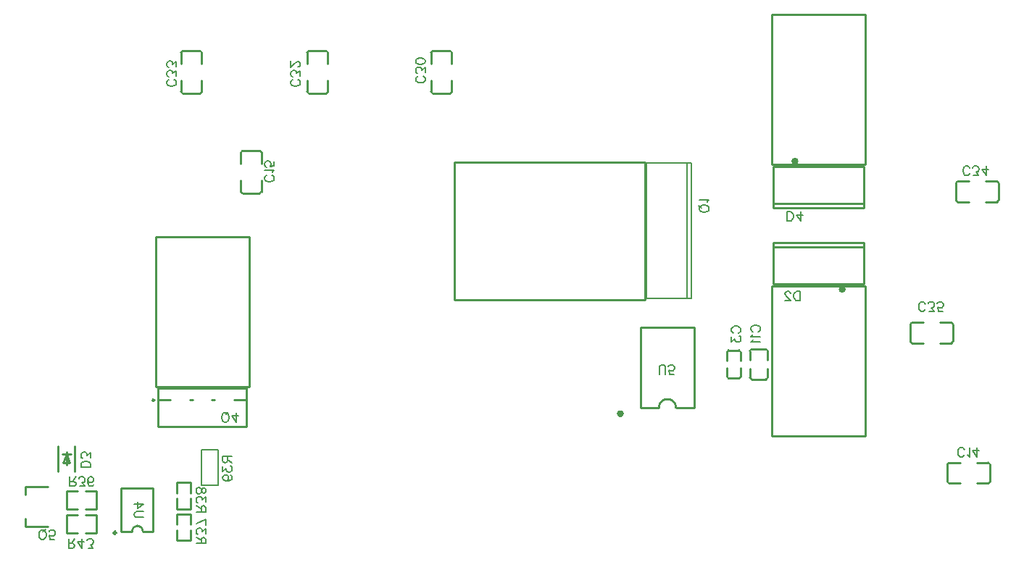
<source format=gbo>
G04 Layer: BottomSilkLayer*
G04 EasyEDA v6.4.20.6, 2021-08-20T18:50:31+10:00*
G04 da2b955f28294749bdafdb94d24a6b32,8629367194b24dd88a5c18b2f13758b0,10*
G04 Gerber Generator version 0.2*
G04 Scale: 100 percent, Rotated: No, Reflected: No *
G04 Dimensions in millimeters *
G04 leading zeros omitted , absolute positions ,4 integer and 5 decimal *
%FSLAX45Y45*%
%MOMM*%

%ADD10C,0.2540*%
%ADD12C,0.4000*%
%ADD16C,0.3000*%
%ADD57C,0.1500*%
%ADD62C,0.1524*%
%ADD63C,0.1999*%

%LPD*%
D62*
X-12803482Y-6147815D02*
G01*
X-12813896Y-6142736D01*
X-12824310Y-6132321D01*
X-12829644Y-6121907D01*
X-12834724Y-6106160D01*
X-12834724Y-6080252D01*
X-12829644Y-6064757D01*
X-12824310Y-6054344D01*
X-12813896Y-6043929D01*
X-12803482Y-6038850D01*
X-12782654Y-6038850D01*
X-12772494Y-6043929D01*
X-12762080Y-6054344D01*
X-12756746Y-6064757D01*
X-12751666Y-6080252D01*
X-12751666Y-6106160D01*
X-12756746Y-6121907D01*
X-12762080Y-6132321D01*
X-12772494Y-6142736D01*
X-12782654Y-6147815D01*
X-12803482Y-6147815D01*
X-12787988Y-6059423D02*
G01*
X-12756746Y-6028436D01*
X-12654892Y-6147815D02*
G01*
X-12706962Y-6147815D01*
X-12712042Y-6101079D01*
X-12706962Y-6106160D01*
X-12691214Y-6111494D01*
X-12675720Y-6111494D01*
X-12660226Y-6106160D01*
X-12649812Y-6096000D01*
X-12644478Y-6080252D01*
X-12644478Y-6069837D01*
X-12649812Y-6054344D01*
X-12660226Y-6043929D01*
X-12675720Y-6038850D01*
X-12691214Y-6038850D01*
X-12706962Y-6043929D01*
X-12712042Y-6049010D01*
X-12717376Y-6059423D01*
X-4489300Y-3722878D02*
G01*
X-4499714Y-3717544D01*
X-4510128Y-3707129D01*
X-4515208Y-3696970D01*
X-4515208Y-3676142D01*
X-4510128Y-3665728D01*
X-4499714Y-3655313D01*
X-4489300Y-3649979D01*
X-4473552Y-3644900D01*
X-4447644Y-3644900D01*
X-4432150Y-3649979D01*
X-4421736Y-3655313D01*
X-4411322Y-3665728D01*
X-4406242Y-3676142D01*
X-4406242Y-3696970D01*
X-4411322Y-3707129D01*
X-4421736Y-3717544D01*
X-4432150Y-3722878D01*
X-4494380Y-3757168D02*
G01*
X-4499714Y-3767581D01*
X-4515208Y-3783076D01*
X-4406242Y-3783076D01*
X-4494380Y-3817365D02*
G01*
X-4499714Y-3827779D01*
X-4515208Y-3843273D01*
X-4406242Y-3843273D01*
X-4717900Y-3735578D02*
G01*
X-4728314Y-3730244D01*
X-4738728Y-3719829D01*
X-4743808Y-3709670D01*
X-4743808Y-3688842D01*
X-4738728Y-3678428D01*
X-4728314Y-3668013D01*
X-4717900Y-3662679D01*
X-4702152Y-3657600D01*
X-4676244Y-3657600D01*
X-4660750Y-3662679D01*
X-4650336Y-3668013D01*
X-4639922Y-3678428D01*
X-4634842Y-3688842D01*
X-4634842Y-3709670D01*
X-4639922Y-3719829D01*
X-4650336Y-3730244D01*
X-4660750Y-3735578D01*
X-4743808Y-3780281D02*
G01*
X-4743808Y-3837431D01*
X-4702152Y-3806189D01*
X-4702152Y-3821684D01*
X-4697072Y-3832097D01*
X-4691992Y-3837431D01*
X-4676244Y-3842512D01*
X-4665830Y-3842512D01*
X-4650336Y-3837431D01*
X-4639922Y-3827018D01*
X-4634842Y-3811270D01*
X-4634842Y-3795776D01*
X-4639922Y-3780281D01*
X-4645002Y-3774947D01*
X-4655416Y-3769868D01*
X-10687408Y-5181600D02*
G01*
X-10578442Y-5181600D01*
X-10687408Y-5181600D02*
G01*
X-10687408Y-5228336D01*
X-10682328Y-5243829D01*
X-10676994Y-5249163D01*
X-10666580Y-5254244D01*
X-10656166Y-5254244D01*
X-10645752Y-5249163D01*
X-10640672Y-5243829D01*
X-10635592Y-5228336D01*
X-10635592Y-5181600D01*
X-10635592Y-5217921D02*
G01*
X-10578442Y-5254244D01*
X-10687408Y-5298947D02*
G01*
X-10687408Y-5356097D01*
X-10645752Y-5325110D01*
X-10645752Y-5340604D01*
X-10640672Y-5351018D01*
X-10635592Y-5356097D01*
X-10619844Y-5361431D01*
X-10609430Y-5361431D01*
X-10593936Y-5356097D01*
X-10583522Y-5345684D01*
X-10578442Y-5330189D01*
X-10578442Y-5314695D01*
X-10583522Y-5298947D01*
X-10588602Y-5293868D01*
X-10599016Y-5288534D01*
X-10651086Y-5463286D02*
G01*
X-10635592Y-5457952D01*
X-10625178Y-5447537D01*
X-10619844Y-5432044D01*
X-10619844Y-5426710D01*
X-10625178Y-5411215D01*
X-10635592Y-5400802D01*
X-10651086Y-5395721D01*
X-10656166Y-5395721D01*
X-10671914Y-5400802D01*
X-10682328Y-5411215D01*
X-10687408Y-5426710D01*
X-10687408Y-5432044D01*
X-10682328Y-5447537D01*
X-10671914Y-5457952D01*
X-10651086Y-5463286D01*
X-10625178Y-5463286D01*
X-10599016Y-5457952D01*
X-10583522Y-5447537D01*
X-10578442Y-5432044D01*
X-10578442Y-5421629D01*
X-10583522Y-5406136D01*
X-10593936Y-5400802D01*
X-5588002Y-4217415D02*
G01*
X-5588002Y-4139437D01*
X-5582922Y-4123944D01*
X-5572508Y-4113529D01*
X-5556760Y-4108450D01*
X-5546346Y-4108450D01*
X-5530852Y-4113529D01*
X-5520438Y-4123944D01*
X-5515358Y-4139437D01*
X-5515358Y-4217415D01*
X-5418584Y-4217415D02*
G01*
X-5470654Y-4217415D01*
X-5475734Y-4170679D01*
X-5470654Y-4175760D01*
X-5454906Y-4181094D01*
X-5439412Y-4181094D01*
X-5423918Y-4175760D01*
X-5413504Y-4165600D01*
X-5408170Y-4149852D01*
X-5408170Y-4139437D01*
X-5413504Y-4123944D01*
X-5423918Y-4113529D01*
X-5439412Y-4108450D01*
X-5454906Y-4108450D01*
X-5470654Y-4113529D01*
X-5475734Y-4118610D01*
X-5481068Y-4129023D01*
X-4095092Y-2426715D02*
G01*
X-4095092Y-2317750D01*
X-4095092Y-2426715D02*
G01*
X-4058770Y-2426715D01*
X-4043022Y-2421636D01*
X-4032862Y-2411221D01*
X-4027528Y-2400807D01*
X-4022448Y-2385060D01*
X-4022448Y-2359152D01*
X-4027528Y-2343657D01*
X-4032862Y-2333244D01*
X-4043022Y-2322829D01*
X-4058770Y-2317750D01*
X-4095092Y-2317750D01*
X-3936088Y-2426715D02*
G01*
X-3988158Y-2354071D01*
X-3910180Y-2354071D01*
X-3936088Y-2426715D02*
G01*
X-3936088Y-2317750D01*
X-1959714Y-1867407D02*
G01*
X-1965048Y-1877821D01*
X-1975462Y-1888236D01*
X-1985622Y-1893315D01*
X-2006450Y-1893315D01*
X-2016864Y-1888236D01*
X-2027278Y-1877821D01*
X-2032612Y-1867407D01*
X-2037692Y-1851660D01*
X-2037692Y-1825752D01*
X-2032612Y-1810257D01*
X-2027278Y-1799844D01*
X-2016864Y-1789429D01*
X-2006450Y-1784350D01*
X-1985622Y-1784350D01*
X-1975462Y-1789429D01*
X-1965048Y-1799844D01*
X-1959714Y-1810257D01*
X-1915010Y-1893315D02*
G01*
X-1857860Y-1893315D01*
X-1889102Y-1851660D01*
X-1873608Y-1851660D01*
X-1863194Y-1846579D01*
X-1857860Y-1841500D01*
X-1852780Y-1825752D01*
X-1852780Y-1815337D01*
X-1857860Y-1799844D01*
X-1868274Y-1789429D01*
X-1884022Y-1784350D01*
X-1899516Y-1784350D01*
X-1915010Y-1789429D01*
X-1920344Y-1794510D01*
X-1925424Y-1804923D01*
X-1766420Y-1893315D02*
G01*
X-1818490Y-1820671D01*
X-1740512Y-1820671D01*
X-1766420Y-1893315D02*
G01*
X-1766420Y-1784350D01*
X-2480414Y-3454907D02*
G01*
X-2485748Y-3465321D01*
X-2496162Y-3475736D01*
X-2506322Y-3480815D01*
X-2527150Y-3480815D01*
X-2537564Y-3475736D01*
X-2547978Y-3465321D01*
X-2553312Y-3454907D01*
X-2558392Y-3439160D01*
X-2558392Y-3413252D01*
X-2553312Y-3397757D01*
X-2547978Y-3387344D01*
X-2537564Y-3376929D01*
X-2527150Y-3371850D01*
X-2506322Y-3371850D01*
X-2496162Y-3376929D01*
X-2485748Y-3387344D01*
X-2480414Y-3397757D01*
X-2435710Y-3480815D02*
G01*
X-2378560Y-3480815D01*
X-2409802Y-3439160D01*
X-2394308Y-3439160D01*
X-2383894Y-3434079D01*
X-2378560Y-3429000D01*
X-2373480Y-3413252D01*
X-2373480Y-3402837D01*
X-2378560Y-3387344D01*
X-2388974Y-3376929D01*
X-2404722Y-3371850D01*
X-2420216Y-3371850D01*
X-2435710Y-3376929D01*
X-2441044Y-3382010D01*
X-2446124Y-3392423D01*
X-2276706Y-3480815D02*
G01*
X-2328776Y-3480815D01*
X-2333856Y-3434079D01*
X-2328776Y-3439160D01*
X-2313282Y-3444494D01*
X-2297534Y-3444494D01*
X-2282040Y-3439160D01*
X-2271626Y-3429000D01*
X-2266292Y-3413252D01*
X-2266292Y-3402837D01*
X-2271626Y-3387344D01*
X-2282040Y-3376929D01*
X-2297534Y-3371850D01*
X-2313282Y-3371850D01*
X-2328776Y-3376929D01*
X-2333856Y-3382010D01*
X-2339190Y-3392423D01*
X-2023214Y-5156707D02*
G01*
X-2028548Y-5167121D01*
X-2038962Y-5177536D01*
X-2049122Y-5182615D01*
X-2069950Y-5182615D01*
X-2080364Y-5177536D01*
X-2090778Y-5167121D01*
X-2096112Y-5156707D01*
X-2101192Y-5140960D01*
X-2101192Y-5115052D01*
X-2096112Y-5099557D01*
X-2090778Y-5089144D01*
X-2080364Y-5078729D01*
X-2069950Y-5073650D01*
X-2049122Y-5073650D01*
X-2038962Y-5078729D01*
X-2028548Y-5089144D01*
X-2023214Y-5099557D01*
X-1988924Y-5161787D02*
G01*
X-1978510Y-5167121D01*
X-1963016Y-5182615D01*
X-1963016Y-5073650D01*
X-1876656Y-5182615D02*
G01*
X-1928726Y-5109971D01*
X-1850748Y-5109971D01*
X-1876656Y-5182615D02*
G01*
X-1876656Y-5073650D01*
X-10114384Y-1890521D02*
G01*
X-10103970Y-1895855D01*
X-10093556Y-1906270D01*
X-10088476Y-1916429D01*
X-10088476Y-1937257D01*
X-10093556Y-1947671D01*
X-10103970Y-1958086D01*
X-10114384Y-1963420D01*
X-10130132Y-1968500D01*
X-10156040Y-1968500D01*
X-10171534Y-1963420D01*
X-10181948Y-1958086D01*
X-10192362Y-1947671D01*
X-10197442Y-1937257D01*
X-10197442Y-1916429D01*
X-10192362Y-1906270D01*
X-10181948Y-1895855D01*
X-10171534Y-1890521D01*
X-10109304Y-1856231D02*
G01*
X-10103970Y-1845818D01*
X-10088476Y-1830323D01*
X-10197442Y-1830323D01*
X-10088476Y-1733550D02*
G01*
X-10088476Y-1785620D01*
X-10135212Y-1790700D01*
X-10130132Y-1785620D01*
X-10124798Y-1770126D01*
X-10124798Y-1754378D01*
X-10130132Y-1738884D01*
X-10140292Y-1728470D01*
X-10156040Y-1723389D01*
X-10166454Y-1723389D01*
X-10181948Y-1728470D01*
X-10192362Y-1738884D01*
X-10197442Y-1754378D01*
X-10197442Y-1770126D01*
X-10192362Y-1785620D01*
X-10187282Y-1790700D01*
X-10176868Y-1796034D01*
X-8349084Y-734821D02*
G01*
X-8338670Y-740155D01*
X-8328256Y-750570D01*
X-8323176Y-760729D01*
X-8323176Y-781557D01*
X-8328256Y-791971D01*
X-8338670Y-802386D01*
X-8349084Y-807720D01*
X-8364832Y-812800D01*
X-8390740Y-812800D01*
X-8406234Y-807720D01*
X-8416648Y-802386D01*
X-8427062Y-791971D01*
X-8432142Y-781557D01*
X-8432142Y-760729D01*
X-8427062Y-750570D01*
X-8416648Y-740155D01*
X-8406234Y-734821D01*
X-8323176Y-690118D02*
G01*
X-8323176Y-632968D01*
X-8364832Y-664210D01*
X-8364832Y-648715D01*
X-8369912Y-638302D01*
X-8374992Y-632968D01*
X-8390740Y-627887D01*
X-8401154Y-627887D01*
X-8416648Y-632968D01*
X-8427062Y-643381D01*
X-8432142Y-659129D01*
X-8432142Y-674623D01*
X-8427062Y-690118D01*
X-8421982Y-695452D01*
X-8411568Y-700531D01*
X-8323176Y-562355D02*
G01*
X-8328256Y-577850D01*
X-8344004Y-588263D01*
X-8369912Y-593597D01*
X-8385406Y-593597D01*
X-8411568Y-588263D01*
X-8427062Y-577850D01*
X-8432142Y-562355D01*
X-8432142Y-551942D01*
X-8427062Y-536447D01*
X-8411568Y-526034D01*
X-8385406Y-520700D01*
X-8369912Y-520700D01*
X-8344004Y-526034D01*
X-8328256Y-536447D01*
X-8323176Y-551942D01*
X-8323176Y-562355D01*
X-10667850Y-4776215D02*
G01*
X-10678264Y-4771136D01*
X-10688678Y-4760721D01*
X-10694012Y-4750307D01*
X-10699092Y-4734560D01*
X-10699092Y-4708652D01*
X-10694012Y-4693157D01*
X-10688678Y-4682744D01*
X-10678264Y-4672329D01*
X-10667850Y-4667250D01*
X-10647022Y-4667250D01*
X-10636862Y-4672329D01*
X-10626448Y-4682744D01*
X-10621114Y-4693157D01*
X-10616034Y-4708652D01*
X-10616034Y-4734560D01*
X-10621114Y-4750307D01*
X-10626448Y-4760721D01*
X-10636862Y-4771136D01*
X-10647022Y-4776215D01*
X-10667850Y-4776215D01*
X-10652356Y-4687823D02*
G01*
X-10621114Y-4656836D01*
X-10529674Y-4776215D02*
G01*
X-10581744Y-4703571D01*
X-10503766Y-4703571D01*
X-10529674Y-4776215D02*
G01*
X-10529674Y-4667250D01*
X-9809584Y-772921D02*
G01*
X-9799170Y-778255D01*
X-9788756Y-788670D01*
X-9783676Y-798829D01*
X-9783676Y-819657D01*
X-9788756Y-830071D01*
X-9799170Y-840486D01*
X-9809584Y-845820D01*
X-9825332Y-850900D01*
X-9851240Y-850900D01*
X-9866734Y-845820D01*
X-9877148Y-840486D01*
X-9887562Y-830071D01*
X-9892642Y-819657D01*
X-9892642Y-798829D01*
X-9887562Y-788670D01*
X-9877148Y-778255D01*
X-9866734Y-772921D01*
X-9783676Y-728218D02*
G01*
X-9783676Y-671068D01*
X-9825332Y-702310D01*
X-9825332Y-686815D01*
X-9830412Y-676402D01*
X-9835492Y-671068D01*
X-9851240Y-665987D01*
X-9861654Y-665987D01*
X-9877148Y-671068D01*
X-9887562Y-681481D01*
X-9892642Y-697229D01*
X-9892642Y-712723D01*
X-9887562Y-728218D01*
X-9882482Y-733552D01*
X-9872068Y-738631D01*
X-9809584Y-626363D02*
G01*
X-9804504Y-626363D01*
X-9794090Y-621284D01*
X-9788756Y-615950D01*
X-9783676Y-605789D01*
X-9783676Y-584962D01*
X-9788756Y-574547D01*
X-9794090Y-569213D01*
X-9804504Y-564134D01*
X-9814918Y-564134D01*
X-9825332Y-569213D01*
X-9840826Y-579628D01*
X-9892642Y-631697D01*
X-9892642Y-558800D01*
X-11257384Y-772921D02*
G01*
X-11246970Y-778255D01*
X-11236556Y-788670D01*
X-11231476Y-798829D01*
X-11231476Y-819657D01*
X-11236556Y-830071D01*
X-11246970Y-840486D01*
X-11257384Y-845820D01*
X-11273132Y-850900D01*
X-11299040Y-850900D01*
X-11314534Y-845820D01*
X-11324948Y-840486D01*
X-11335362Y-830071D01*
X-11340442Y-819657D01*
X-11340442Y-798829D01*
X-11335362Y-788670D01*
X-11324948Y-778255D01*
X-11314534Y-772921D01*
X-11231476Y-728218D02*
G01*
X-11231476Y-671068D01*
X-11273132Y-702310D01*
X-11273132Y-686815D01*
X-11278212Y-676402D01*
X-11283292Y-671068D01*
X-11299040Y-665987D01*
X-11309454Y-665987D01*
X-11324948Y-671068D01*
X-11335362Y-681481D01*
X-11340442Y-697229D01*
X-11340442Y-712723D01*
X-11335362Y-728218D01*
X-11330282Y-733552D01*
X-11319868Y-738631D01*
X-11231476Y-621284D02*
G01*
X-11231476Y-564134D01*
X-11273132Y-595376D01*
X-11273132Y-579628D01*
X-11278212Y-569213D01*
X-11283292Y-564134D01*
X-11299040Y-558800D01*
X-11309454Y-558800D01*
X-11324948Y-564134D01*
X-11335362Y-574547D01*
X-11340442Y-590042D01*
X-11340442Y-605789D01*
X-11335362Y-621284D01*
X-11330282Y-626363D01*
X-11319868Y-631697D01*
X-5008476Y-2292857D02*
G01*
X-5013556Y-2303271D01*
X-5023970Y-2313686D01*
X-5034384Y-2319020D01*
X-5050132Y-2324100D01*
X-5076040Y-2324100D01*
X-5091534Y-2319020D01*
X-5101948Y-2313686D01*
X-5112362Y-2303271D01*
X-5117442Y-2292857D01*
X-5117442Y-2272029D01*
X-5112362Y-2261870D01*
X-5101948Y-2251455D01*
X-5091534Y-2246121D01*
X-5076040Y-2241042D01*
X-5050132Y-2241042D01*
X-5034384Y-2246121D01*
X-5023970Y-2251455D01*
X-5013556Y-2261870D01*
X-5008476Y-2272029D01*
X-5008476Y-2292857D01*
X-5096868Y-2277363D02*
G01*
X-5127856Y-2246121D01*
X-5029304Y-2206752D02*
G01*
X-5023970Y-2196337D01*
X-5008476Y-2180589D01*
X-5117442Y-2180589D01*
X-3942692Y-3250184D02*
G01*
X-3942692Y-3359150D01*
X-3942692Y-3250184D02*
G01*
X-3979014Y-3250184D01*
X-3994762Y-3255263D01*
X-4004922Y-3265678D01*
X-4010256Y-3276092D01*
X-4015336Y-3291839D01*
X-4015336Y-3317747D01*
X-4010256Y-3333242D01*
X-4004922Y-3343655D01*
X-3994762Y-3354070D01*
X-3979014Y-3359150D01*
X-3942692Y-3359150D01*
X-4054960Y-3276092D02*
G01*
X-4054960Y-3271012D01*
X-4060040Y-3260597D01*
X-4065374Y-3255263D01*
X-4075788Y-3250184D01*
X-4096362Y-3250184D01*
X-4106776Y-3255263D01*
X-4112110Y-3260597D01*
X-4117190Y-3271012D01*
X-4117190Y-3281426D01*
X-4112110Y-3291839D01*
X-4101696Y-3307334D01*
X-4049626Y-3359150D01*
X-4122524Y-3359150D01*
X-10888576Y-6197600D02*
G01*
X-10997542Y-6197600D01*
X-10888576Y-6197600D02*
G01*
X-10888576Y-6150863D01*
X-10893656Y-6135370D01*
X-10898990Y-6130036D01*
X-10909404Y-6124955D01*
X-10919818Y-6124955D01*
X-10930232Y-6130036D01*
X-10935312Y-6135370D01*
X-10940392Y-6150863D01*
X-10940392Y-6197600D01*
X-10940392Y-6161278D02*
G01*
X-10997542Y-6124955D01*
X-10888576Y-6080252D02*
G01*
X-10888576Y-6023102D01*
X-10930232Y-6054089D01*
X-10930232Y-6038595D01*
X-10935312Y-6028181D01*
X-10940392Y-6023102D01*
X-10956140Y-6017768D01*
X-10966554Y-6017768D01*
X-10982048Y-6023102D01*
X-10992462Y-6033515D01*
X-10997542Y-6049010D01*
X-10997542Y-6064504D01*
X-10992462Y-6080252D01*
X-10987382Y-6085331D01*
X-10976968Y-6090665D01*
X-10888576Y-5910834D02*
G01*
X-10997542Y-5962650D01*
X-10888576Y-5983478D02*
G01*
X-10888576Y-5910834D01*
X-10888576Y-5829300D02*
G01*
X-10997542Y-5829300D01*
X-10888576Y-5829300D02*
G01*
X-10888576Y-5782563D01*
X-10893656Y-5767070D01*
X-10898990Y-5761736D01*
X-10909404Y-5756655D01*
X-10919818Y-5756655D01*
X-10930232Y-5761736D01*
X-10935312Y-5767070D01*
X-10940392Y-5782563D01*
X-10940392Y-5829300D01*
X-10940392Y-5792978D02*
G01*
X-10997542Y-5756655D01*
X-10888576Y-5711952D02*
G01*
X-10888576Y-5654802D01*
X-10930232Y-5685789D01*
X-10930232Y-5670295D01*
X-10935312Y-5659881D01*
X-10940392Y-5654802D01*
X-10956140Y-5649468D01*
X-10966554Y-5649468D01*
X-10982048Y-5654802D01*
X-10992462Y-5665215D01*
X-10997542Y-5680710D01*
X-10997542Y-5696204D01*
X-10992462Y-5711952D01*
X-10987382Y-5717031D01*
X-10976968Y-5722365D01*
X-10888576Y-5589270D02*
G01*
X-10893656Y-5604763D01*
X-10904070Y-5610097D01*
X-10914484Y-5610097D01*
X-10924898Y-5604763D01*
X-10930232Y-5594350D01*
X-10935312Y-5573776D01*
X-10940392Y-5558028D01*
X-10950806Y-5547613D01*
X-10961220Y-5542534D01*
X-10976968Y-5542534D01*
X-10987382Y-5547613D01*
X-10992462Y-5552947D01*
X-10997542Y-5568442D01*
X-10997542Y-5589270D01*
X-10992462Y-5604763D01*
X-10987382Y-5610097D01*
X-10976968Y-5615178D01*
X-10961220Y-5615178D01*
X-10950806Y-5610097D01*
X-10940392Y-5599684D01*
X-10935312Y-5584189D01*
X-10930232Y-5563362D01*
X-10924898Y-5552947D01*
X-10914484Y-5547613D01*
X-10904070Y-5547613D01*
X-10893656Y-5552947D01*
X-10888576Y-5568442D01*
X-10888576Y-5589270D01*
X-12234776Y-5308600D02*
G01*
X-12343742Y-5308600D01*
X-12234776Y-5308600D02*
G01*
X-12234776Y-5272278D01*
X-12239856Y-5256529D01*
X-12250270Y-5246370D01*
X-12260684Y-5241036D01*
X-12276432Y-5235955D01*
X-12302340Y-5235955D01*
X-12317834Y-5241036D01*
X-12328248Y-5246370D01*
X-12338662Y-5256529D01*
X-12343742Y-5272278D01*
X-12343742Y-5308600D01*
X-12234776Y-5191252D02*
G01*
X-12234776Y-5134102D01*
X-12276432Y-5165089D01*
X-12276432Y-5149595D01*
X-12281512Y-5139181D01*
X-12286592Y-5134102D01*
X-12302340Y-5128768D01*
X-12312754Y-5128768D01*
X-12328248Y-5134102D01*
X-12338662Y-5144515D01*
X-12343742Y-5160010D01*
X-12343742Y-5175504D01*
X-12338662Y-5191252D01*
X-12333582Y-5196331D01*
X-12323168Y-5201665D01*
X-11612476Y-5892800D02*
G01*
X-11690454Y-5892800D01*
X-11705948Y-5887720D01*
X-11716362Y-5877305D01*
X-11721442Y-5861557D01*
X-11721442Y-5851144D01*
X-11716362Y-5835650D01*
X-11705948Y-5825236D01*
X-11690454Y-5820155D01*
X-11612476Y-5820155D01*
X-11612476Y-5733795D02*
G01*
X-11685120Y-5785865D01*
X-11685120Y-5707887D01*
X-11612476Y-5733795D02*
G01*
X-11721442Y-5733795D01*
X-12489792Y-6249415D02*
G01*
X-12489792Y-6140450D01*
X-12489792Y-6249415D02*
G01*
X-12443056Y-6249415D01*
X-12427562Y-6244336D01*
X-12422228Y-6239002D01*
X-12417148Y-6228587D01*
X-12417148Y-6218173D01*
X-12422228Y-6207760D01*
X-12427562Y-6202679D01*
X-12443056Y-6197600D01*
X-12489792Y-6197600D01*
X-12453470Y-6197600D02*
G01*
X-12417148Y-6140450D01*
X-12330788Y-6249415D02*
G01*
X-12382858Y-6176771D01*
X-12304880Y-6176771D01*
X-12330788Y-6249415D02*
G01*
X-12330788Y-6140450D01*
X-12260176Y-6249415D02*
G01*
X-12203026Y-6249415D01*
X-12234268Y-6207760D01*
X-12218520Y-6207760D01*
X-12208106Y-6202679D01*
X-12203026Y-6197600D01*
X-12197692Y-6181852D01*
X-12197692Y-6171437D01*
X-12203026Y-6155944D01*
X-12213440Y-6145529D01*
X-12228934Y-6140450D01*
X-12244682Y-6140450D01*
X-12260176Y-6145529D01*
X-12265256Y-6150610D01*
X-12270590Y-6161023D01*
X-12477168Y-5525515D02*
G01*
X-12477168Y-5416550D01*
X-12477168Y-5525515D02*
G01*
X-12430432Y-5525515D01*
X-12414684Y-5520436D01*
X-12409604Y-5515102D01*
X-12404270Y-5504687D01*
X-12404270Y-5494273D01*
X-12409604Y-5483860D01*
X-12414684Y-5478779D01*
X-12430432Y-5473700D01*
X-12477168Y-5473700D01*
X-12440846Y-5473700D02*
G01*
X-12404270Y-5416550D01*
X-12359566Y-5525515D02*
G01*
X-12302416Y-5525515D01*
X-12333658Y-5483860D01*
X-12318164Y-5483860D01*
X-12307750Y-5478779D01*
X-12302416Y-5473700D01*
X-12297336Y-5457952D01*
X-12297336Y-5447537D01*
X-12302416Y-5432044D01*
X-12312830Y-5421629D01*
X-12328578Y-5416550D01*
X-12344072Y-5416550D01*
X-12359566Y-5421629D01*
X-12364900Y-5426710D01*
X-12369980Y-5437123D01*
X-12200816Y-5510021D02*
G01*
X-12205896Y-5520436D01*
X-12221390Y-5525515D01*
X-12231804Y-5525515D01*
X-12247552Y-5520436D01*
X-12257966Y-5504687D01*
X-12263046Y-5478779D01*
X-12263046Y-5452871D01*
X-12257966Y-5432044D01*
X-12247552Y-5421629D01*
X-12231804Y-5416550D01*
X-12226724Y-5416550D01*
X-12210976Y-5421629D01*
X-12200816Y-5432044D01*
X-12195482Y-5447537D01*
X-12195482Y-5452871D01*
X-12200816Y-5468365D01*
X-12210976Y-5478779D01*
X-12226724Y-5483860D01*
X-12231804Y-5483860D01*
X-12247552Y-5478779D01*
X-12257966Y-5468365D01*
X-12263046Y-5452871D01*
D10*
X-12992331Y-5905804D02*
G01*
X-12992331Y-5995796D01*
X-12732311Y-5995796D01*
X-12732311Y-5535803D02*
G01*
X-12992331Y-5535803D01*
X-12992331Y-5625795D01*
X-4505294Y-4277103D02*
G01*
X-4345292Y-4277103D01*
X-4505294Y-3927096D02*
G01*
X-4345289Y-3927099D01*
X-4321291Y-4152099D02*
G01*
X-4321291Y-4257098D01*
X-4529292Y-4152099D02*
G01*
X-4529292Y-4257098D01*
X-4321291Y-4052100D02*
G01*
X-4321291Y-3947101D01*
X-4529292Y-4052100D02*
G01*
X-4529292Y-3947101D01*
X-4507285Y-3927096D02*
G01*
X-4505294Y-3927096D01*
X-4509287Y-3927096D02*
G01*
X-4505294Y-3927096D01*
X-4341294Y-3927099D02*
G01*
X-4345289Y-3927099D01*
X-4509287Y-4277103D02*
G01*
X-4505294Y-4277103D01*
X-4341296Y-4277103D02*
G01*
X-4345292Y-4277103D01*
X-4777394Y-4267100D02*
G01*
X-4657392Y-4267100D01*
X-4797394Y-4062102D02*
G01*
X-4797394Y-3962100D01*
X-4637389Y-4062102D02*
G01*
X-4637389Y-3962100D01*
X-4797394Y-4142110D02*
G01*
X-4797394Y-4242099D01*
X-4637389Y-4142110D02*
G01*
X-4637389Y-4242099D01*
X-4777394Y-3937099D02*
G01*
X-4657392Y-3937099D01*
X-4797394Y-3957099D02*
G01*
X-4797394Y-3962100D01*
X-4637389Y-3957101D02*
G01*
X-4637389Y-3962100D01*
X-4797394Y-4247100D02*
G01*
X-4797394Y-4242099D01*
X-4637389Y-4247098D02*
G01*
X-4637389Y-4242099D01*
D57*
X-10938794Y-5108600D02*
G01*
X-10938791Y-5508602D01*
X-10738792Y-5108600D02*
G01*
X-10738792Y-5508602D01*
X-10938901Y-5508604D02*
G01*
X-10938901Y-5518510D01*
X-10738749Y-5518510D01*
X-10738749Y-5508604D01*
X-10938901Y-5108554D02*
G01*
X-10938901Y-5098648D01*
X-10738749Y-5098648D01*
X-10738749Y-5108554D01*
D10*
X-5392092Y-4610201D02*
G01*
X-5182085Y-4610201D01*
X-5182085Y-3670198D01*
X-5802099Y-3670198D01*
X-5802099Y-4610201D01*
X-5592091Y-4610201D01*
X-3196795Y-2223896D02*
G01*
X-4256788Y-2223896D01*
X-4256890Y-2273807D02*
G01*
X-3196694Y-2273807D01*
X-3196694Y-1794002D01*
X-4256890Y-1794002D01*
X-4256890Y-2273300D01*
X-4256890Y-2273807D01*
X-1622590Y-2182799D02*
G01*
X-1622590Y-1982800D01*
X-1972591Y-2202799D02*
G01*
X-2092591Y-2202799D01*
X-1972591Y-1962800D02*
G01*
X-2092591Y-1962800D01*
X-1772589Y-2202799D02*
G01*
X-1652592Y-2202799D01*
X-1772589Y-1962800D02*
G01*
X-1652592Y-1962800D01*
X-2122591Y-2182799D02*
G01*
X-2122591Y-1982800D01*
X-2102591Y-2202799D02*
G01*
X-2092591Y-2202799D01*
X-2102591Y-1962800D02*
G01*
X-2092591Y-1962800D01*
X-1642590Y-2202799D02*
G01*
X-1652592Y-2202799D01*
X-1642590Y-1962800D02*
G01*
X-1652592Y-1962800D01*
X-2155990Y-3833799D02*
G01*
X-2155990Y-3633800D01*
X-2505991Y-3853799D02*
G01*
X-2625991Y-3853799D01*
X-2505991Y-3613800D02*
G01*
X-2625991Y-3613800D01*
X-2305989Y-3853799D02*
G01*
X-2185992Y-3853799D01*
X-2305989Y-3613800D02*
G01*
X-2185992Y-3613800D01*
X-2655991Y-3833799D02*
G01*
X-2655991Y-3633800D01*
X-2635991Y-3853799D02*
G01*
X-2625991Y-3853799D01*
X-2635991Y-3613800D02*
G01*
X-2625991Y-3613800D01*
X-2175990Y-3853799D02*
G01*
X-2185992Y-3853799D01*
X-2175990Y-3613800D02*
G01*
X-2185992Y-3613800D01*
X-1724190Y-5472099D02*
G01*
X-1724190Y-5272100D01*
X-2074191Y-5492099D02*
G01*
X-2194191Y-5492099D01*
X-2074191Y-5252100D02*
G01*
X-2194191Y-5252100D01*
X-1874189Y-5492099D02*
G01*
X-1754192Y-5492099D01*
X-1874189Y-5252100D02*
G01*
X-1754192Y-5252100D01*
X-2224191Y-5472099D02*
G01*
X-2224191Y-5272100D01*
X-2204191Y-5492099D02*
G01*
X-2194191Y-5492099D01*
X-2204191Y-5252100D02*
G01*
X-2194191Y-5252100D01*
X-1744190Y-5492099D02*
G01*
X-1754192Y-5492099D01*
X-1744190Y-5252100D02*
G01*
X-1754192Y-5252100D01*
X-10256192Y-1604197D02*
G01*
X-10456191Y-1604197D01*
X-10236192Y-1954199D02*
G01*
X-10236192Y-2074199D01*
X-10476191Y-1954199D02*
G01*
X-10476191Y-2074199D01*
X-10236192Y-1754197D02*
G01*
X-10236192Y-1634200D01*
X-10476191Y-1754197D02*
G01*
X-10476191Y-1634200D01*
X-10256192Y-2104199D02*
G01*
X-10456191Y-2104199D01*
X-10236192Y-2084199D02*
G01*
X-10236192Y-2074199D01*
X-10476191Y-2084199D02*
G01*
X-10476191Y-2074199D01*
X-10236192Y-1624197D02*
G01*
X-10236192Y-1634200D01*
X-10476191Y-1624197D02*
G01*
X-10476191Y-1634200D01*
X-8033692Y-435797D02*
G01*
X-8233691Y-435797D01*
X-8013692Y-785799D02*
G01*
X-8013692Y-905799D01*
X-8253691Y-785799D02*
G01*
X-8253691Y-905799D01*
X-8013692Y-585797D02*
G01*
X-8013692Y-465800D01*
X-8253691Y-585797D02*
G01*
X-8253691Y-465800D01*
X-8033692Y-935799D02*
G01*
X-8233691Y-935799D01*
X-8013692Y-915799D02*
G01*
X-8013692Y-905799D01*
X-8253691Y-915799D02*
G01*
X-8253691Y-905799D01*
X-8013692Y-455797D02*
G01*
X-8013692Y-465800D01*
X-8253691Y-455797D02*
G01*
X-8253691Y-465800D01*
X-11447691Y-4831199D02*
G01*
X-10407693Y-4831199D01*
X-10407693Y-4831199D02*
G01*
X-10407693Y-4381200D01*
X-11447691Y-4831199D02*
G01*
X-11447691Y-4381200D01*
X-11447691Y-4520529D02*
G01*
X-11300805Y-4520529D01*
X-11074577Y-4520529D02*
G01*
X-11040803Y-4520529D01*
X-10814580Y-4520529D02*
G01*
X-10780803Y-4520529D01*
X-10554581Y-4520529D02*
G01*
X-10407693Y-4520529D01*
X-11447691Y-4381200D02*
G01*
X-10407693Y-4381200D01*
X-9481492Y-435797D02*
G01*
X-9681491Y-435797D01*
X-9461492Y-785799D02*
G01*
X-9461492Y-905799D01*
X-9701491Y-785799D02*
G01*
X-9701491Y-905799D01*
X-9461492Y-585797D02*
G01*
X-9461492Y-465800D01*
X-9701491Y-585797D02*
G01*
X-9701491Y-465800D01*
X-9481492Y-935799D02*
G01*
X-9681491Y-935799D01*
X-9461492Y-915799D02*
G01*
X-9461492Y-905799D01*
X-9701491Y-915799D02*
G01*
X-9701491Y-905799D01*
X-9461492Y-455797D02*
G01*
X-9461492Y-465800D01*
X-9701491Y-455797D02*
G01*
X-9701491Y-465800D01*
X-10954692Y-435797D02*
G01*
X-11154691Y-435797D01*
X-10934692Y-785799D02*
G01*
X-10934692Y-905799D01*
X-11174691Y-785799D02*
G01*
X-11174691Y-905799D01*
X-10934692Y-585797D02*
G01*
X-10934692Y-465800D01*
X-11174691Y-585797D02*
G01*
X-11174691Y-465800D01*
X-10954692Y-935799D02*
G01*
X-11154691Y-935799D01*
X-10934692Y-915799D02*
G01*
X-10934692Y-905799D01*
X-11174691Y-915799D02*
G01*
X-11174691Y-905799D01*
X-10934692Y-455797D02*
G01*
X-10934692Y-465800D01*
X-11174691Y-455797D02*
G01*
X-11174691Y-465800D01*
D63*
X-5209390Y-3335083D02*
G01*
X-5739488Y-3335083D01*
X-5739488Y-1745043D01*
X-5209390Y-1745043D01*
X-5209390Y-3335083D01*
X-5259428Y-3335083D02*
G01*
X-5259428Y-1745043D01*
D10*
X-4256788Y-2729103D02*
G01*
X-3196795Y-2729103D01*
X-3196694Y-2679192D02*
G01*
X-4256890Y-2679192D01*
X-4256890Y-3158997D01*
X-3196694Y-3158997D01*
X-3196694Y-2679700D01*
X-3196694Y-2679192D01*
X-11063589Y-6162095D02*
G01*
X-11223594Y-6162095D01*
X-11223083Y-5977034D02*
G01*
X-11223083Y-5852038D01*
X-11063079Y-5977034D02*
G01*
X-11063079Y-5852038D01*
X-11223594Y-6037092D02*
G01*
X-11223594Y-6162095D01*
X-11063589Y-6037092D02*
G01*
X-11063589Y-6162095D01*
X-11063079Y-5852038D02*
G01*
X-11223083Y-5852038D01*
X-11063589Y-5793795D02*
G01*
X-11223594Y-5793795D01*
X-11223083Y-5608734D02*
G01*
X-11223083Y-5483738D01*
X-11063079Y-5608734D02*
G01*
X-11063079Y-5483738D01*
X-11223594Y-5668792D02*
G01*
X-11223594Y-5793795D01*
X-11063589Y-5668792D02*
G01*
X-11063589Y-5793795D01*
X-11063079Y-5483738D02*
G01*
X-11223083Y-5483738D01*
X-12515192Y-5156200D02*
G01*
X-12555832Y-5257800D01*
X-12555832Y-5257800D02*
G01*
X-12474552Y-5257800D01*
X-12474552Y-5257800D02*
G01*
X-12515192Y-5156200D01*
X-12615191Y-5057000D02*
G01*
X-12615191Y-5356999D01*
X-12415192Y-5057000D02*
G01*
X-12415192Y-5356999D01*
X-12565992Y-5156200D02*
G01*
X-12464392Y-5156200D01*
X-12515192Y-5130800D02*
G01*
X-12515192Y-5283200D01*
X-11879691Y-5553900D02*
G01*
X-11499692Y-5553900D01*
X-11499692Y-6053899D02*
G01*
X-11618572Y-6053899D01*
X-11880192Y-6055360D02*
G01*
X-11748112Y-6053899D01*
X-11499692Y-5553900D02*
G01*
X-11499692Y-6053899D01*
X-11879691Y-5553900D02*
G01*
X-11879691Y-6053899D01*
X-12387392Y-6070996D02*
G01*
X-12512393Y-6070996D01*
X-12387392Y-5867003D02*
G01*
X-12512393Y-5867003D01*
X-12287392Y-6070996D02*
G01*
X-12162391Y-6070996D01*
X-12287392Y-5867003D02*
G01*
X-12162391Y-5867003D01*
X-12512395Y-6070996D02*
G01*
X-12512393Y-5867003D01*
X-12162391Y-6070996D02*
G01*
X-12162391Y-5867003D01*
X-12387392Y-5791596D02*
G01*
X-12512393Y-5791596D01*
X-12387392Y-5587603D02*
G01*
X-12512393Y-5587603D01*
X-12287392Y-5791596D02*
G01*
X-12162391Y-5791596D01*
X-12287392Y-5587603D02*
G01*
X-12162391Y-5587603D01*
X-12512395Y-5791596D02*
G01*
X-12512393Y-5587603D01*
X-12162391Y-5791596D02*
G01*
X-12162391Y-5587603D01*
G75*
G01*
X-4529292Y-3947102D02*
G02*
X-4509287Y-3927097I20005J0D01*
G75*
G01*
X-4321292Y-3947102D02*
G03*
X-4341294Y-3927099I-20002J0D01*
G75*
G01*
X-4529292Y-4257098D02*
G03*
X-4509287Y-4277103I20005J0D01*
G75*
G01*
X-4321292Y-4257098D02*
G02*
X-4341297Y-4277103I-20005J0D01*
G75*
G01*
X-4777395Y-3937099D02*
G03*
X-4797395Y-3957099I0J-20000D01*
G75*
G01*
X-4657392Y-3937099D02*
G02*
X-4637390Y-3957102I0J-20003D01*
G75*
G01*
X-4777395Y-4267101D02*
G02*
X-4797395Y-4247101I0J20000D01*
G75*
G01*
X-4657392Y-4267101D02*
G03*
X-4637390Y-4247098I0J20003D01*
D12*
G75*
G01*
X-6022190Y-4680204D02*
G02*
X-6022190Y-4679950I-20000J127D01*
D10*
G75*
G01*
X-5592168Y-4610100D02*
G02*
X-5392016Y-4610100I100076J0D01*
D12*
G75*
G01*
X-4003652Y-1747520D02*
G02*
X-4003398Y-1747520I127J20000D01*
D10*
G75*
G01*
X-2122592Y-2182800D02*
G03*
X-2102592Y-2202800I20000J0D01*
G75*
G01*
X-2122592Y-1982800D02*
G02*
X-2102592Y-1962800I20000J0D01*
G75*
G01*
X-1622590Y-2182800D02*
G02*
X-1642590Y-2202800I-20000J0D01*
G75*
G01*
X-1622590Y-1982800D02*
G03*
X-1642590Y-1962800I-20000J0D01*
G75*
G01*
X-2655992Y-3833800D02*
G03*
X-2635992Y-3853800I20000J0D01*
G75*
G01*
X-2655992Y-3633800D02*
G02*
X-2635992Y-3613800I20000J0D01*
G75*
G01*
X-2155990Y-3833800D02*
G02*
X-2175990Y-3853800I-20000J0D01*
G75*
G01*
X-2155990Y-3633800D02*
G03*
X-2175990Y-3613800I-20000J0D01*
G75*
G01*
X-2224192Y-5472100D02*
G03*
X-2204192Y-5492100I20000J0D01*
G75*
G01*
X-2224192Y-5272100D02*
G02*
X-2204192Y-5252100I20000J0D01*
G75*
G01*
X-1724190Y-5472100D02*
G02*
X-1744190Y-5492100I-20000J0D01*
G75*
G01*
X-1724190Y-5272100D02*
G03*
X-1744190Y-5252100I-20000J0D01*
G75*
G01*
X-10256192Y-2104200D02*
G03*
X-10236192Y-2084200I0J20000D01*
G75*
G01*
X-10456192Y-2104200D02*
G02*
X-10476192Y-2084200I0J20000D01*
G75*
G01*
X-10256192Y-1604198D02*
G02*
X-10236192Y-1624198I0J-20000D01*
G75*
G01*
X-10456192Y-1604198D02*
G03*
X-10476192Y-1624198I0J-20000D01*
G75*
G01*
X-8033692Y-935800D02*
G03*
X-8013692Y-915800I0J20000D01*
G75*
G01*
X-8233692Y-935800D02*
G02*
X-8253692Y-915800I0J20000D01*
G75*
G01*
X-8033692Y-435798D02*
G02*
X-8013692Y-455798I0J-20000D01*
G75*
G01*
X-8233692Y-435798D02*
G03*
X-8253692Y-455798I0J-20000D01*
G75*
G01*
X-9481492Y-935800D02*
G03*
X-9461492Y-915800I0J20000D01*
G75*
G01*
X-9681492Y-935800D02*
G02*
X-9701492Y-915800I0J20000D01*
G75*
G01*
X-9481492Y-435798D02*
G02*
X-9461492Y-455798I0J-20000D01*
G75*
G01*
X-9681492Y-435798D02*
G03*
X-9701492Y-455798I0J-20000D01*
G75*
G01*
X-10954692Y-935800D02*
G03*
X-10934692Y-915800I0J20000D01*
G75*
G01*
X-11154692Y-935800D02*
G02*
X-11174692Y-915800I0J20000D01*
G75*
G01*
X-10954692Y-435798D02*
G02*
X-10934692Y-455798I0J-20000D01*
G75*
G01*
X-11154692Y-435798D02*
G03*
X-11174692Y-455798I0J-20000D01*
D12*
G75*
G01*
X-3449932Y-3205480D02*
G02*
X-3450186Y-3205480I-127J-20000D01*
D16*
G75*
G01*
X-11933532Y-6073140D02*
G02*
X-11933532Y-6072886I-15001J127D01*
D10*
G75*
G01*
X-11618572Y-6053900D02*
G03*
X-11748112Y-6053836I-64770J32D01*
G75*
G01
X-11486490Y-4521200D02*
G03X-11486490Y-4521200I-12700J0D01*
X-11473789Y-2616200D02*
G01*
X-10381589Y-2616200D01*
X-10381589Y-4368800D01*
X-11473789Y-4368800D01*
X-11473789Y-2616200D01*
X-4272889Y-3187700D02*
G01*
X-3180689Y-3187700D01*
X-3180689Y-4940300D01*
X-4272889Y-4940300D01*
X-4272889Y-3187700D01*
X-4272889Y-12700D02*
G01*
X-3180689Y-12700D01*
X-3180689Y-1765300D01*
X-4272889Y-1765300D01*
X-4272889Y-12700D01*
X-7981289Y-1739900D02*
G01*
X-5758789Y-1739900D01*
X-5758789Y-3352800D01*
X-7981289Y-3352800D01*
X-7981289Y-1739900D01*
M02*

</source>
